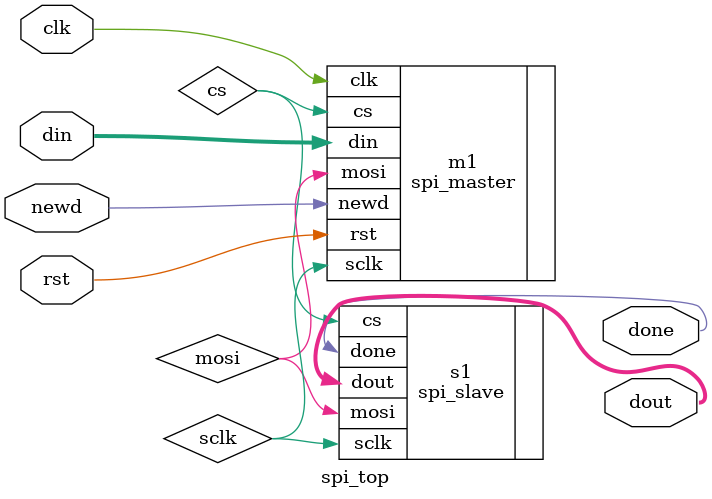
<source format=sv>
`timescale 1ns / 1ps



module spi_top(
input clk, rst, newd,
input [11:0] din,
output [11:0] dout,
output done
    );
    
wire sclk, cs, mosi;

spi_master m1 (
                .clk(clk),
                .newd(newd),
                .rst(rst),
                .din(din),
                .sclk(sclk),
                .cs(cs),
                .mosi(mosi)
                );
                
spi_slave s1 (
                .sclk(sclk),
                .cs(cs),
                .mosi(mosi),
                .dout(dout),
                .done(done)                
                 );
endmodule

</source>
